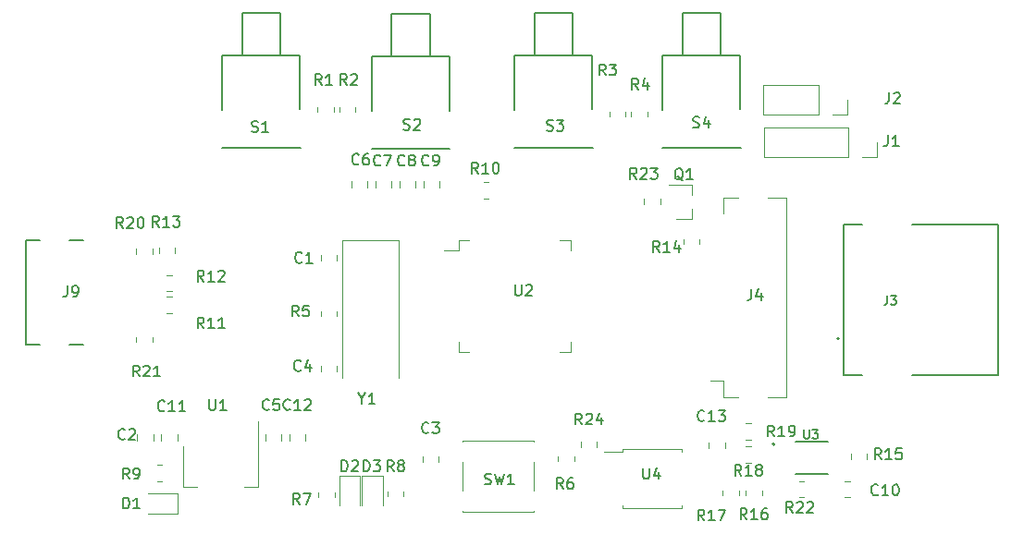
<source format=gbr>
%TF.GenerationSoftware,KiCad,Pcbnew,(5.1.10)-1*%
%TF.CreationDate,2022-04-11T13:22:52+08:00*%
%TF.ProjectId,stm32f103,73746d33-3266-4313-9033-2e6b69636164,rev?*%
%TF.SameCoordinates,Original*%
%TF.FileFunction,Legend,Top*%
%TF.FilePolarity,Positive*%
%FSLAX46Y46*%
G04 Gerber Fmt 4.6, Leading zero omitted, Abs format (unit mm)*
G04 Created by KiCad (PCBNEW (5.1.10)-1) date 2022-04-11 13:22:52*
%MOMM*%
%LPD*%
G01*
G04 APERTURE LIST*
%ADD10C,0.120000*%
%ADD11C,0.200000*%
%ADD12C,0.127000*%
%ADD13C,0.150000*%
G04 APERTURE END LIST*
D10*
%TO.C,J4*%
X177200000Y-106260000D02*
X177200000Y-107750000D01*
X177200000Y-107750000D02*
X178540000Y-107750000D01*
X177200000Y-90940000D02*
X177200000Y-89450000D01*
X177200000Y-89450000D02*
X178540000Y-89450000D01*
X181260000Y-107750000D02*
X183000000Y-107750000D01*
X183000000Y-107750000D02*
X183000000Y-89450000D01*
X183000000Y-89450000D02*
X181260000Y-89450000D01*
X177200000Y-106260000D02*
X176000000Y-106260000D01*
%TO.C,R11*%
X126714564Y-98565000D02*
X126260436Y-98565000D01*
X126714564Y-100035000D02*
X126260436Y-100035000D01*
%TO.C,R12*%
X126714564Y-96565000D02*
X126260436Y-96565000D01*
X126714564Y-98035000D02*
X126260436Y-98035000D01*
%TO.C,U2*%
X162260000Y-103610000D02*
X163210000Y-103610000D01*
X163210000Y-103610000D02*
X163210000Y-102660000D01*
X153940000Y-103610000D02*
X152990000Y-103610000D01*
X152990000Y-103610000D02*
X152990000Y-102660000D01*
X162260000Y-93390000D02*
X163210000Y-93390000D01*
X163210000Y-93390000D02*
X163210000Y-94340000D01*
X153940000Y-93390000D02*
X152990000Y-93390000D01*
X152990000Y-93390000D02*
X152990000Y-94340000D01*
X152990000Y-94340000D02*
X151650000Y-94340000D01*
%TO.C,D3*%
X146060000Y-117662500D02*
X146060000Y-114977500D01*
X146060000Y-114977500D02*
X144140000Y-114977500D01*
X144140000Y-114977500D02*
X144140000Y-117662500D01*
D11*
%TO.C,J3*%
X187800000Y-102400000D02*
G75*
G03*
X187800000Y-102400000I-100000J0D01*
G01*
X188220000Y-91900000D02*
X188220000Y-105700000D01*
X202380000Y-105700000D02*
X202380000Y-91900000D01*
X188220000Y-105700000D02*
X189880000Y-105700000D01*
X194470000Y-105700000D02*
X202380000Y-105700000D01*
X188220000Y-91900000D02*
X189880000Y-91900000D01*
X194470000Y-91900000D02*
X202380000Y-91900000D01*
%TO.C,J9*%
X114610000Y-93340000D02*
X113330000Y-93340000D01*
X113330000Y-93340000D02*
X113330000Y-102920000D01*
X113330000Y-102920000D02*
X114610000Y-102920000D01*
X118580000Y-93340000D02*
X117330000Y-93340000D01*
X118580000Y-102920000D02*
X117330000Y-102920000D01*
D10*
%TO.C,C1*%
X140365000Y-95211252D02*
X140365000Y-94688748D01*
X141835000Y-95211252D02*
X141835000Y-94688748D01*
%TO.C,C2*%
X123565000Y-111188748D02*
X123565000Y-111711252D01*
X125035000Y-111188748D02*
X125035000Y-111711252D01*
%TO.C,C3*%
X149665000Y-113188748D02*
X149665000Y-113711252D01*
X151135000Y-113188748D02*
X151135000Y-113711252D01*
%TO.C,C4*%
X140365000Y-104888748D02*
X140365000Y-105411252D01*
X141835000Y-104888748D02*
X141835000Y-105411252D01*
%TO.C,C5*%
X135265000Y-111711252D02*
X135265000Y-111188748D01*
X136735000Y-111711252D02*
X136735000Y-111188748D01*
%TO.C,C6*%
X144635000Y-88511252D02*
X144635000Y-87988748D01*
X143165000Y-88511252D02*
X143165000Y-87988748D01*
%TO.C,C7*%
X145365000Y-88511252D02*
X145365000Y-87988748D01*
X146835000Y-88511252D02*
X146835000Y-87988748D01*
%TO.C,C8*%
X149035000Y-88511252D02*
X149035000Y-87988748D01*
X147565000Y-88511252D02*
X147565000Y-87988748D01*
%TO.C,C9*%
X149765000Y-88511252D02*
X149765000Y-87988748D01*
X151235000Y-88511252D02*
X151235000Y-87988748D01*
%TO.C,C10*%
X188811252Y-116935000D02*
X188288748Y-116935000D01*
X188811252Y-115465000D02*
X188288748Y-115465000D01*
%TO.C,C11*%
X127235000Y-111188748D02*
X127235000Y-111711252D01*
X125765000Y-111188748D02*
X125765000Y-111711252D01*
%TO.C,C12*%
X138935000Y-111711252D02*
X138935000Y-111188748D01*
X137465000Y-111711252D02*
X137465000Y-111188748D01*
%TO.C,C13*%
X177335000Y-112411252D02*
X177335000Y-111888748D01*
X175865000Y-112411252D02*
X175865000Y-111888748D01*
%TO.C,D1*%
X127247500Y-116540000D02*
X124562500Y-116540000D01*
X127247500Y-118460000D02*
X127247500Y-116540000D01*
X124562500Y-118460000D02*
X127247500Y-118460000D01*
%TO.C,D2*%
X142040000Y-114977500D02*
X142040000Y-117662500D01*
X143960000Y-114977500D02*
X142040000Y-114977500D01*
X143960000Y-117662500D02*
X143960000Y-114977500D01*
%TO.C,J1*%
X191230000Y-84400000D02*
X191230000Y-85730000D01*
X191230000Y-85730000D02*
X189900000Y-85730000D01*
X188630000Y-85730000D02*
X180950000Y-85730000D01*
X180950000Y-83070000D02*
X180950000Y-85730000D01*
X188630000Y-83070000D02*
X180950000Y-83070000D01*
X188630000Y-83070000D02*
X188630000Y-85730000D01*
%TO.C,J2*%
X188570000Y-80500000D02*
X188570000Y-81830000D01*
X188570000Y-81830000D02*
X187240000Y-81830000D01*
X185970000Y-81830000D02*
X180830000Y-81830000D01*
X180830000Y-79170000D02*
X180830000Y-81830000D01*
X185970000Y-79170000D02*
X180830000Y-79170000D01*
X185970000Y-79170000D02*
X185970000Y-81830000D01*
%TO.C,Q1*%
X174360000Y-91430000D02*
X172900000Y-91430000D01*
X174360000Y-88270000D02*
X172200000Y-88270000D01*
X174360000Y-88270000D02*
X174360000Y-89200000D01*
X174360000Y-91430000D02*
X174360000Y-90500000D01*
%TO.C,R1*%
X140065000Y-81160436D02*
X140065000Y-81614564D01*
X141535000Y-81160436D02*
X141535000Y-81614564D01*
%TO.C,R2*%
X143535000Y-81185436D02*
X143535000Y-81639564D01*
X142065000Y-81185436D02*
X142065000Y-81639564D01*
%TO.C,R3*%
X166765000Y-81560436D02*
X166765000Y-82014564D01*
X168235000Y-81560436D02*
X168235000Y-82014564D01*
%TO.C,R4*%
X170235000Y-81560436D02*
X170235000Y-82014564D01*
X168765000Y-81560436D02*
X168765000Y-82014564D01*
%TO.C,R5*%
X141835000Y-100339564D02*
X141835000Y-99885436D01*
X140365000Y-100339564D02*
X140365000Y-99885436D01*
%TO.C,R6*%
X163535000Y-113639564D02*
X163535000Y-113185436D01*
X162065000Y-113639564D02*
X162065000Y-113185436D01*
%TO.C,R7*%
X141635000Y-116914564D02*
X141635000Y-116460436D01*
X140165000Y-116914564D02*
X140165000Y-116460436D01*
%TO.C,R8*%
X146465000Y-116827064D02*
X146465000Y-116372936D01*
X147935000Y-116827064D02*
X147935000Y-116372936D01*
%TO.C,R9*%
X125814564Y-115435000D02*
X125360436Y-115435000D01*
X125814564Y-113965000D02*
X125360436Y-113965000D01*
%TO.C,R10*%
X155714564Y-89535000D02*
X155260436Y-89535000D01*
X155714564Y-88065000D02*
X155260436Y-88065000D01*
%TO.C,R13*%
X127035000Y-94085436D02*
X127035000Y-94539564D01*
X125565000Y-94085436D02*
X125565000Y-94539564D01*
%TO.C,R14*%
X173565000Y-93714564D02*
X173565000Y-93260436D01*
X175035000Y-93714564D02*
X175035000Y-93260436D01*
%TO.C,R15*%
X188865000Y-112960436D02*
X188865000Y-113414564D01*
X190335000Y-112960436D02*
X190335000Y-113414564D01*
%TO.C,R16*%
X179265000Y-116739564D02*
X179265000Y-116285436D01*
X180735000Y-116739564D02*
X180735000Y-116285436D01*
%TO.C,R17*%
X178635000Y-116739564D02*
X178635000Y-116285436D01*
X177165000Y-116739564D02*
X177165000Y-116285436D01*
%TO.C,R18*%
X179260436Y-112265000D02*
X179714564Y-112265000D01*
X179260436Y-113735000D02*
X179714564Y-113735000D01*
%TO.C,R19*%
X179260436Y-111635000D02*
X179714564Y-111635000D01*
X179260436Y-110165000D02*
X179714564Y-110165000D01*
%TO.C,R20*%
X123465000Y-94614564D02*
X123465000Y-94160436D01*
X124935000Y-94614564D02*
X124935000Y-94160436D01*
%TO.C,R21*%
X124935000Y-102714564D02*
X124935000Y-102260436D01*
X123465000Y-102714564D02*
X123465000Y-102260436D01*
%TO.C,R22*%
X184160436Y-115465000D02*
X184614564Y-115465000D01*
X184160436Y-116935000D02*
X184614564Y-116935000D01*
%TO.C,R23*%
X169965000Y-89585436D02*
X169965000Y-90039564D01*
X171435000Y-89585436D02*
X171435000Y-90039564D01*
%TO.C,R24*%
X164165000Y-112314564D02*
X164165000Y-111860436D01*
X165635000Y-112314564D02*
X165635000Y-111860436D01*
D12*
%TO.C,S1*%
X138455000Y-76405000D02*
X138455000Y-81385000D01*
X131345000Y-81400000D02*
X131345000Y-76405000D01*
X133145000Y-72550000D02*
X133145000Y-76405000D01*
X136655000Y-72550000D02*
X133145000Y-72550000D01*
X136655000Y-76405000D02*
X136655000Y-72550000D01*
X136655000Y-76405000D02*
X138455000Y-76405000D01*
X133145000Y-76405000D02*
X136655000Y-76405000D01*
X131345000Y-76405000D02*
X133145000Y-76405000D01*
X138480000Y-84910000D02*
X131320000Y-84910000D01*
%TO.C,S2*%
X152155000Y-76505000D02*
X152155000Y-81485000D01*
X145045000Y-81500000D02*
X145045000Y-76505000D01*
X146845000Y-72650000D02*
X146845000Y-76505000D01*
X150355000Y-72650000D02*
X146845000Y-72650000D01*
X150355000Y-76505000D02*
X150355000Y-72650000D01*
X150355000Y-76505000D02*
X152155000Y-76505000D01*
X146845000Y-76505000D02*
X150355000Y-76505000D01*
X145045000Y-76505000D02*
X146845000Y-76505000D01*
X152180000Y-85010000D02*
X145020000Y-85010000D01*
%TO.C,S3*%
X165205000Y-76405000D02*
X165205000Y-81385000D01*
X158095000Y-81400000D02*
X158095000Y-76405000D01*
X159895000Y-72550000D02*
X159895000Y-76405000D01*
X163405000Y-72550000D02*
X159895000Y-72550000D01*
X163405000Y-76405000D02*
X163405000Y-72550000D01*
X163405000Y-76405000D02*
X165205000Y-76405000D01*
X159895000Y-76405000D02*
X163405000Y-76405000D01*
X158095000Y-76405000D02*
X159895000Y-76405000D01*
X165230000Y-84910000D02*
X158070000Y-84910000D01*
%TO.C,S4*%
X178780000Y-84910000D02*
X171620000Y-84910000D01*
X171645000Y-76405000D02*
X173445000Y-76405000D01*
X173445000Y-76405000D02*
X176955000Y-76405000D01*
X176955000Y-76405000D02*
X178755000Y-76405000D01*
X176955000Y-76405000D02*
X176955000Y-72550000D01*
X176955000Y-72550000D02*
X173445000Y-72550000D01*
X173445000Y-72550000D02*
X173445000Y-76405000D01*
X171645000Y-81400000D02*
X171645000Y-76405000D01*
X178755000Y-76405000D02*
X178755000Y-81385000D01*
D10*
%TO.C,SW1*%
X159830000Y-111770000D02*
X153370000Y-111770000D01*
X159830000Y-116300000D02*
X159830000Y-113700000D01*
X159830000Y-118230000D02*
X153370000Y-118230000D01*
X153370000Y-116300000D02*
X153370000Y-113700000D01*
X159830000Y-118200000D02*
X159830000Y-118230000D01*
X159830000Y-111770000D02*
X159830000Y-111800000D01*
X153370000Y-111770000D02*
X153370000Y-111800000D01*
X153370000Y-118230000D02*
X153370000Y-118200000D01*
%TO.C,U1*%
X134610000Y-110000000D02*
X134610000Y-116010000D01*
X127790000Y-112250000D02*
X127790000Y-116010000D01*
X134610000Y-116010000D02*
X133350000Y-116010000D01*
X127790000Y-116010000D02*
X129050000Y-116010000D01*
D11*
%TO.C,U3*%
X181900000Y-112050000D02*
G75*
G03*
X181900000Y-112050000I-100000J0D01*
G01*
D12*
X183800000Y-111800000D02*
X186800000Y-111800000D01*
X183800000Y-114800000D02*
X186800000Y-114800000D01*
D10*
%TO.C,U4*%
X167975000Y-112735000D02*
X166300000Y-112735000D01*
X167975000Y-112475000D02*
X167975000Y-112735000D01*
X170700000Y-112475000D02*
X167975000Y-112475000D01*
X173425000Y-112475000D02*
X173425000Y-112735000D01*
X170700000Y-112475000D02*
X173425000Y-112475000D01*
X167975000Y-117925000D02*
X167975000Y-117665000D01*
X170700000Y-117925000D02*
X167975000Y-117925000D01*
X173425000Y-117925000D02*
X173425000Y-117665000D01*
X170700000Y-117925000D02*
X173425000Y-117925000D01*
%TO.C,Y1*%
X142350000Y-93350000D02*
X142350000Y-105950000D01*
X147450000Y-93350000D02*
X142350000Y-93350000D01*
X147450000Y-105950000D02*
X147450000Y-93350000D01*
%TO.C,J4*%
D13*
X179766666Y-97852380D02*
X179766666Y-98566666D01*
X179719047Y-98709523D01*
X179623809Y-98804761D01*
X179480952Y-98852380D01*
X179385714Y-98852380D01*
X180671428Y-98185714D02*
X180671428Y-98852380D01*
X180433333Y-97804761D02*
X180195238Y-98519047D01*
X180814285Y-98519047D01*
%TO.C,R11*%
X129657142Y-101452380D02*
X129323809Y-100976190D01*
X129085714Y-101452380D02*
X129085714Y-100452380D01*
X129466666Y-100452380D01*
X129561904Y-100500000D01*
X129609523Y-100547619D01*
X129657142Y-100642857D01*
X129657142Y-100785714D01*
X129609523Y-100880952D01*
X129561904Y-100928571D01*
X129466666Y-100976190D01*
X129085714Y-100976190D01*
X130609523Y-101452380D02*
X130038095Y-101452380D01*
X130323809Y-101452380D02*
X130323809Y-100452380D01*
X130228571Y-100595238D01*
X130133333Y-100690476D01*
X130038095Y-100738095D01*
X131561904Y-101452380D02*
X130990476Y-101452380D01*
X131276190Y-101452380D02*
X131276190Y-100452380D01*
X131180952Y-100595238D01*
X131085714Y-100690476D01*
X130990476Y-100738095D01*
%TO.C,R12*%
X129657142Y-97152380D02*
X129323809Y-96676190D01*
X129085714Y-97152380D02*
X129085714Y-96152380D01*
X129466666Y-96152380D01*
X129561904Y-96200000D01*
X129609523Y-96247619D01*
X129657142Y-96342857D01*
X129657142Y-96485714D01*
X129609523Y-96580952D01*
X129561904Y-96628571D01*
X129466666Y-96676190D01*
X129085714Y-96676190D01*
X130609523Y-97152380D02*
X130038095Y-97152380D01*
X130323809Y-97152380D02*
X130323809Y-96152380D01*
X130228571Y-96295238D01*
X130133333Y-96390476D01*
X130038095Y-96438095D01*
X130990476Y-96247619D02*
X131038095Y-96200000D01*
X131133333Y-96152380D01*
X131371428Y-96152380D01*
X131466666Y-96200000D01*
X131514285Y-96247619D01*
X131561904Y-96342857D01*
X131561904Y-96438095D01*
X131514285Y-96580952D01*
X130942857Y-97152380D01*
X131561904Y-97152380D01*
%TO.C,U2*%
X158138095Y-97452380D02*
X158138095Y-98261904D01*
X158185714Y-98357142D01*
X158233333Y-98404761D01*
X158328571Y-98452380D01*
X158519047Y-98452380D01*
X158614285Y-98404761D01*
X158661904Y-98357142D01*
X158709523Y-98261904D01*
X158709523Y-97452380D01*
X159138095Y-97547619D02*
X159185714Y-97500000D01*
X159280952Y-97452380D01*
X159519047Y-97452380D01*
X159614285Y-97500000D01*
X159661904Y-97547619D01*
X159709523Y-97642857D01*
X159709523Y-97738095D01*
X159661904Y-97880952D01*
X159090476Y-98452380D01*
X159709523Y-98452380D01*
%TO.C,D3*%
X144261904Y-114552380D02*
X144261904Y-113552380D01*
X144500000Y-113552380D01*
X144642857Y-113600000D01*
X144738095Y-113695238D01*
X144785714Y-113790476D01*
X144833333Y-113980952D01*
X144833333Y-114123809D01*
X144785714Y-114314285D01*
X144738095Y-114409523D01*
X144642857Y-114504761D01*
X144500000Y-114552380D01*
X144261904Y-114552380D01*
X145166666Y-113552380D02*
X145785714Y-113552380D01*
X145452380Y-113933333D01*
X145595238Y-113933333D01*
X145690476Y-113980952D01*
X145738095Y-114028571D01*
X145785714Y-114123809D01*
X145785714Y-114361904D01*
X145738095Y-114457142D01*
X145690476Y-114504761D01*
X145595238Y-114552380D01*
X145309523Y-114552380D01*
X145214285Y-114504761D01*
X145166666Y-114457142D01*
%TO.C,J3*%
X192233333Y-98461904D02*
X192233333Y-99033333D01*
X192195238Y-99147619D01*
X192119047Y-99223809D01*
X192004761Y-99261904D01*
X191928571Y-99261904D01*
X192538095Y-98461904D02*
X193033333Y-98461904D01*
X192766666Y-98766666D01*
X192880952Y-98766666D01*
X192957142Y-98804761D01*
X192995238Y-98842857D01*
X193033333Y-98919047D01*
X193033333Y-99109523D01*
X192995238Y-99185714D01*
X192957142Y-99223809D01*
X192880952Y-99261904D01*
X192652380Y-99261904D01*
X192576190Y-99223809D01*
X192538095Y-99185714D01*
%TO.C,J9*%
X117166666Y-97552380D02*
X117166666Y-98266666D01*
X117119047Y-98409523D01*
X117023809Y-98504761D01*
X116880952Y-98552380D01*
X116785714Y-98552380D01*
X117690476Y-98552380D02*
X117880952Y-98552380D01*
X117976190Y-98504761D01*
X118023809Y-98457142D01*
X118119047Y-98314285D01*
X118166666Y-98123809D01*
X118166666Y-97742857D01*
X118119047Y-97647619D01*
X118071428Y-97600000D01*
X117976190Y-97552380D01*
X117785714Y-97552380D01*
X117690476Y-97600000D01*
X117642857Y-97647619D01*
X117595238Y-97742857D01*
X117595238Y-97980952D01*
X117642857Y-98076190D01*
X117690476Y-98123809D01*
X117785714Y-98171428D01*
X117976190Y-98171428D01*
X118071428Y-98123809D01*
X118119047Y-98076190D01*
X118166666Y-97980952D01*
%TO.C,C1*%
X138633333Y-95357142D02*
X138585714Y-95404761D01*
X138442857Y-95452380D01*
X138347619Y-95452380D01*
X138204761Y-95404761D01*
X138109523Y-95309523D01*
X138061904Y-95214285D01*
X138014285Y-95023809D01*
X138014285Y-94880952D01*
X138061904Y-94690476D01*
X138109523Y-94595238D01*
X138204761Y-94500000D01*
X138347619Y-94452380D01*
X138442857Y-94452380D01*
X138585714Y-94500000D01*
X138633333Y-94547619D01*
X139585714Y-95452380D02*
X139014285Y-95452380D01*
X139300000Y-95452380D02*
X139300000Y-94452380D01*
X139204761Y-94595238D01*
X139109523Y-94690476D01*
X139014285Y-94738095D01*
%TO.C,C2*%
X122433333Y-111557142D02*
X122385714Y-111604761D01*
X122242857Y-111652380D01*
X122147619Y-111652380D01*
X122004761Y-111604761D01*
X121909523Y-111509523D01*
X121861904Y-111414285D01*
X121814285Y-111223809D01*
X121814285Y-111080952D01*
X121861904Y-110890476D01*
X121909523Y-110795238D01*
X122004761Y-110700000D01*
X122147619Y-110652380D01*
X122242857Y-110652380D01*
X122385714Y-110700000D01*
X122433333Y-110747619D01*
X122814285Y-110747619D02*
X122861904Y-110700000D01*
X122957142Y-110652380D01*
X123195238Y-110652380D01*
X123290476Y-110700000D01*
X123338095Y-110747619D01*
X123385714Y-110842857D01*
X123385714Y-110938095D01*
X123338095Y-111080952D01*
X122766666Y-111652380D01*
X123385714Y-111652380D01*
%TO.C,C3*%
X150233333Y-110957142D02*
X150185714Y-111004761D01*
X150042857Y-111052380D01*
X149947619Y-111052380D01*
X149804761Y-111004761D01*
X149709523Y-110909523D01*
X149661904Y-110814285D01*
X149614285Y-110623809D01*
X149614285Y-110480952D01*
X149661904Y-110290476D01*
X149709523Y-110195238D01*
X149804761Y-110100000D01*
X149947619Y-110052380D01*
X150042857Y-110052380D01*
X150185714Y-110100000D01*
X150233333Y-110147619D01*
X150566666Y-110052380D02*
X151185714Y-110052380D01*
X150852380Y-110433333D01*
X150995238Y-110433333D01*
X151090476Y-110480952D01*
X151138095Y-110528571D01*
X151185714Y-110623809D01*
X151185714Y-110861904D01*
X151138095Y-110957142D01*
X151090476Y-111004761D01*
X150995238Y-111052380D01*
X150709523Y-111052380D01*
X150614285Y-111004761D01*
X150566666Y-110957142D01*
%TO.C,C4*%
X138533333Y-105257142D02*
X138485714Y-105304761D01*
X138342857Y-105352380D01*
X138247619Y-105352380D01*
X138104761Y-105304761D01*
X138009523Y-105209523D01*
X137961904Y-105114285D01*
X137914285Y-104923809D01*
X137914285Y-104780952D01*
X137961904Y-104590476D01*
X138009523Y-104495238D01*
X138104761Y-104400000D01*
X138247619Y-104352380D01*
X138342857Y-104352380D01*
X138485714Y-104400000D01*
X138533333Y-104447619D01*
X139390476Y-104685714D02*
X139390476Y-105352380D01*
X139152380Y-104304761D02*
X138914285Y-105019047D01*
X139533333Y-105019047D01*
%TO.C,C5*%
X135633333Y-108857142D02*
X135585714Y-108904761D01*
X135442857Y-108952380D01*
X135347619Y-108952380D01*
X135204761Y-108904761D01*
X135109523Y-108809523D01*
X135061904Y-108714285D01*
X135014285Y-108523809D01*
X135014285Y-108380952D01*
X135061904Y-108190476D01*
X135109523Y-108095238D01*
X135204761Y-108000000D01*
X135347619Y-107952380D01*
X135442857Y-107952380D01*
X135585714Y-108000000D01*
X135633333Y-108047619D01*
X136538095Y-107952380D02*
X136061904Y-107952380D01*
X136014285Y-108428571D01*
X136061904Y-108380952D01*
X136157142Y-108333333D01*
X136395238Y-108333333D01*
X136490476Y-108380952D01*
X136538095Y-108428571D01*
X136585714Y-108523809D01*
X136585714Y-108761904D01*
X136538095Y-108857142D01*
X136490476Y-108904761D01*
X136395238Y-108952380D01*
X136157142Y-108952380D01*
X136061904Y-108904761D01*
X136014285Y-108857142D01*
%TO.C,C6*%
X143833333Y-86357142D02*
X143785714Y-86404761D01*
X143642857Y-86452380D01*
X143547619Y-86452380D01*
X143404761Y-86404761D01*
X143309523Y-86309523D01*
X143261904Y-86214285D01*
X143214285Y-86023809D01*
X143214285Y-85880952D01*
X143261904Y-85690476D01*
X143309523Y-85595238D01*
X143404761Y-85500000D01*
X143547619Y-85452380D01*
X143642857Y-85452380D01*
X143785714Y-85500000D01*
X143833333Y-85547619D01*
X144690476Y-85452380D02*
X144500000Y-85452380D01*
X144404761Y-85500000D01*
X144357142Y-85547619D01*
X144261904Y-85690476D01*
X144214285Y-85880952D01*
X144214285Y-86261904D01*
X144261904Y-86357142D01*
X144309523Y-86404761D01*
X144404761Y-86452380D01*
X144595238Y-86452380D01*
X144690476Y-86404761D01*
X144738095Y-86357142D01*
X144785714Y-86261904D01*
X144785714Y-86023809D01*
X144738095Y-85928571D01*
X144690476Y-85880952D01*
X144595238Y-85833333D01*
X144404761Y-85833333D01*
X144309523Y-85880952D01*
X144261904Y-85928571D01*
X144214285Y-86023809D01*
%TO.C,C7*%
X145833333Y-86457142D02*
X145785714Y-86504761D01*
X145642857Y-86552380D01*
X145547619Y-86552380D01*
X145404761Y-86504761D01*
X145309523Y-86409523D01*
X145261904Y-86314285D01*
X145214285Y-86123809D01*
X145214285Y-85980952D01*
X145261904Y-85790476D01*
X145309523Y-85695238D01*
X145404761Y-85600000D01*
X145547619Y-85552380D01*
X145642857Y-85552380D01*
X145785714Y-85600000D01*
X145833333Y-85647619D01*
X146166666Y-85552380D02*
X146833333Y-85552380D01*
X146404761Y-86552380D01*
%TO.C,C8*%
X148033333Y-86457142D02*
X147985714Y-86504761D01*
X147842857Y-86552380D01*
X147747619Y-86552380D01*
X147604761Y-86504761D01*
X147509523Y-86409523D01*
X147461904Y-86314285D01*
X147414285Y-86123809D01*
X147414285Y-85980952D01*
X147461904Y-85790476D01*
X147509523Y-85695238D01*
X147604761Y-85600000D01*
X147747619Y-85552380D01*
X147842857Y-85552380D01*
X147985714Y-85600000D01*
X148033333Y-85647619D01*
X148604761Y-85980952D02*
X148509523Y-85933333D01*
X148461904Y-85885714D01*
X148414285Y-85790476D01*
X148414285Y-85742857D01*
X148461904Y-85647619D01*
X148509523Y-85600000D01*
X148604761Y-85552380D01*
X148795238Y-85552380D01*
X148890476Y-85600000D01*
X148938095Y-85647619D01*
X148985714Y-85742857D01*
X148985714Y-85790476D01*
X148938095Y-85885714D01*
X148890476Y-85933333D01*
X148795238Y-85980952D01*
X148604761Y-85980952D01*
X148509523Y-86028571D01*
X148461904Y-86076190D01*
X148414285Y-86171428D01*
X148414285Y-86361904D01*
X148461904Y-86457142D01*
X148509523Y-86504761D01*
X148604761Y-86552380D01*
X148795238Y-86552380D01*
X148890476Y-86504761D01*
X148938095Y-86457142D01*
X148985714Y-86361904D01*
X148985714Y-86171428D01*
X148938095Y-86076190D01*
X148890476Y-86028571D01*
X148795238Y-85980952D01*
%TO.C,C9*%
X150233333Y-86457142D02*
X150185714Y-86504761D01*
X150042857Y-86552380D01*
X149947619Y-86552380D01*
X149804761Y-86504761D01*
X149709523Y-86409523D01*
X149661904Y-86314285D01*
X149614285Y-86123809D01*
X149614285Y-85980952D01*
X149661904Y-85790476D01*
X149709523Y-85695238D01*
X149804761Y-85600000D01*
X149947619Y-85552380D01*
X150042857Y-85552380D01*
X150185714Y-85600000D01*
X150233333Y-85647619D01*
X150709523Y-86552380D02*
X150900000Y-86552380D01*
X150995238Y-86504761D01*
X151042857Y-86457142D01*
X151138095Y-86314285D01*
X151185714Y-86123809D01*
X151185714Y-85742857D01*
X151138095Y-85647619D01*
X151090476Y-85600000D01*
X150995238Y-85552380D01*
X150804761Y-85552380D01*
X150709523Y-85600000D01*
X150661904Y-85647619D01*
X150614285Y-85742857D01*
X150614285Y-85980952D01*
X150661904Y-86076190D01*
X150709523Y-86123809D01*
X150804761Y-86171428D01*
X150995238Y-86171428D01*
X151090476Y-86123809D01*
X151138095Y-86076190D01*
X151185714Y-85980952D01*
%TO.C,C10*%
X191357142Y-116657142D02*
X191309523Y-116704761D01*
X191166666Y-116752380D01*
X191071428Y-116752380D01*
X190928571Y-116704761D01*
X190833333Y-116609523D01*
X190785714Y-116514285D01*
X190738095Y-116323809D01*
X190738095Y-116180952D01*
X190785714Y-115990476D01*
X190833333Y-115895238D01*
X190928571Y-115800000D01*
X191071428Y-115752380D01*
X191166666Y-115752380D01*
X191309523Y-115800000D01*
X191357142Y-115847619D01*
X192309523Y-116752380D02*
X191738095Y-116752380D01*
X192023809Y-116752380D02*
X192023809Y-115752380D01*
X191928571Y-115895238D01*
X191833333Y-115990476D01*
X191738095Y-116038095D01*
X192928571Y-115752380D02*
X193023809Y-115752380D01*
X193119047Y-115800000D01*
X193166666Y-115847619D01*
X193214285Y-115942857D01*
X193261904Y-116133333D01*
X193261904Y-116371428D01*
X193214285Y-116561904D01*
X193166666Y-116657142D01*
X193119047Y-116704761D01*
X193023809Y-116752380D01*
X192928571Y-116752380D01*
X192833333Y-116704761D01*
X192785714Y-116657142D01*
X192738095Y-116561904D01*
X192690476Y-116371428D01*
X192690476Y-116133333D01*
X192738095Y-115942857D01*
X192785714Y-115847619D01*
X192833333Y-115800000D01*
X192928571Y-115752380D01*
%TO.C,C11*%
X126057142Y-108957142D02*
X126009523Y-109004761D01*
X125866666Y-109052380D01*
X125771428Y-109052380D01*
X125628571Y-109004761D01*
X125533333Y-108909523D01*
X125485714Y-108814285D01*
X125438095Y-108623809D01*
X125438095Y-108480952D01*
X125485714Y-108290476D01*
X125533333Y-108195238D01*
X125628571Y-108100000D01*
X125771428Y-108052380D01*
X125866666Y-108052380D01*
X126009523Y-108100000D01*
X126057142Y-108147619D01*
X127009523Y-109052380D02*
X126438095Y-109052380D01*
X126723809Y-109052380D02*
X126723809Y-108052380D01*
X126628571Y-108195238D01*
X126533333Y-108290476D01*
X126438095Y-108338095D01*
X127961904Y-109052380D02*
X127390476Y-109052380D01*
X127676190Y-109052380D02*
X127676190Y-108052380D01*
X127580952Y-108195238D01*
X127485714Y-108290476D01*
X127390476Y-108338095D01*
%TO.C,C12*%
X137557142Y-108857142D02*
X137509523Y-108904761D01*
X137366666Y-108952380D01*
X137271428Y-108952380D01*
X137128571Y-108904761D01*
X137033333Y-108809523D01*
X136985714Y-108714285D01*
X136938095Y-108523809D01*
X136938095Y-108380952D01*
X136985714Y-108190476D01*
X137033333Y-108095238D01*
X137128571Y-108000000D01*
X137271428Y-107952380D01*
X137366666Y-107952380D01*
X137509523Y-108000000D01*
X137557142Y-108047619D01*
X138509523Y-108952380D02*
X137938095Y-108952380D01*
X138223809Y-108952380D02*
X138223809Y-107952380D01*
X138128571Y-108095238D01*
X138033333Y-108190476D01*
X137938095Y-108238095D01*
X138890476Y-108047619D02*
X138938095Y-108000000D01*
X139033333Y-107952380D01*
X139271428Y-107952380D01*
X139366666Y-108000000D01*
X139414285Y-108047619D01*
X139461904Y-108142857D01*
X139461904Y-108238095D01*
X139414285Y-108380952D01*
X138842857Y-108952380D01*
X139461904Y-108952380D01*
%TO.C,C13*%
X175457142Y-109857142D02*
X175409523Y-109904761D01*
X175266666Y-109952380D01*
X175171428Y-109952380D01*
X175028571Y-109904761D01*
X174933333Y-109809523D01*
X174885714Y-109714285D01*
X174838095Y-109523809D01*
X174838095Y-109380952D01*
X174885714Y-109190476D01*
X174933333Y-109095238D01*
X175028571Y-109000000D01*
X175171428Y-108952380D01*
X175266666Y-108952380D01*
X175409523Y-109000000D01*
X175457142Y-109047619D01*
X176409523Y-109952380D02*
X175838095Y-109952380D01*
X176123809Y-109952380D02*
X176123809Y-108952380D01*
X176028571Y-109095238D01*
X175933333Y-109190476D01*
X175838095Y-109238095D01*
X176742857Y-108952380D02*
X177361904Y-108952380D01*
X177028571Y-109333333D01*
X177171428Y-109333333D01*
X177266666Y-109380952D01*
X177314285Y-109428571D01*
X177361904Y-109523809D01*
X177361904Y-109761904D01*
X177314285Y-109857142D01*
X177266666Y-109904761D01*
X177171428Y-109952380D01*
X176885714Y-109952380D01*
X176790476Y-109904761D01*
X176742857Y-109857142D01*
%TO.C,D1*%
X122261904Y-117952380D02*
X122261904Y-116952380D01*
X122500000Y-116952380D01*
X122642857Y-117000000D01*
X122738095Y-117095238D01*
X122785714Y-117190476D01*
X122833333Y-117380952D01*
X122833333Y-117523809D01*
X122785714Y-117714285D01*
X122738095Y-117809523D01*
X122642857Y-117904761D01*
X122500000Y-117952380D01*
X122261904Y-117952380D01*
X123785714Y-117952380D02*
X123214285Y-117952380D01*
X123500000Y-117952380D02*
X123500000Y-116952380D01*
X123404761Y-117095238D01*
X123309523Y-117190476D01*
X123214285Y-117238095D01*
%TO.C,D2*%
X142261904Y-114552380D02*
X142261904Y-113552380D01*
X142500000Y-113552380D01*
X142642857Y-113600000D01*
X142738095Y-113695238D01*
X142785714Y-113790476D01*
X142833333Y-113980952D01*
X142833333Y-114123809D01*
X142785714Y-114314285D01*
X142738095Y-114409523D01*
X142642857Y-114504761D01*
X142500000Y-114552380D01*
X142261904Y-114552380D01*
X143214285Y-113647619D02*
X143261904Y-113600000D01*
X143357142Y-113552380D01*
X143595238Y-113552380D01*
X143690476Y-113600000D01*
X143738095Y-113647619D01*
X143785714Y-113742857D01*
X143785714Y-113838095D01*
X143738095Y-113980952D01*
X143166666Y-114552380D01*
X143785714Y-114552380D01*
%TO.C,J1*%
X192266666Y-83752380D02*
X192266666Y-84466666D01*
X192219047Y-84609523D01*
X192123809Y-84704761D01*
X191980952Y-84752380D01*
X191885714Y-84752380D01*
X193266666Y-84752380D02*
X192695238Y-84752380D01*
X192980952Y-84752380D02*
X192980952Y-83752380D01*
X192885714Y-83895238D01*
X192790476Y-83990476D01*
X192695238Y-84038095D01*
%TO.C,J2*%
X192366666Y-79852380D02*
X192366666Y-80566666D01*
X192319047Y-80709523D01*
X192223809Y-80804761D01*
X192080952Y-80852380D01*
X191985714Y-80852380D01*
X192795238Y-79947619D02*
X192842857Y-79900000D01*
X192938095Y-79852380D01*
X193176190Y-79852380D01*
X193271428Y-79900000D01*
X193319047Y-79947619D01*
X193366666Y-80042857D01*
X193366666Y-80138095D01*
X193319047Y-80280952D01*
X192747619Y-80852380D01*
X193366666Y-80852380D01*
%TO.C,Q1*%
X173504761Y-87897619D02*
X173409523Y-87850000D01*
X173314285Y-87754761D01*
X173171428Y-87611904D01*
X173076190Y-87564285D01*
X172980952Y-87564285D01*
X173028571Y-87802380D02*
X172933333Y-87754761D01*
X172838095Y-87659523D01*
X172790476Y-87469047D01*
X172790476Y-87135714D01*
X172838095Y-86945238D01*
X172933333Y-86850000D01*
X173028571Y-86802380D01*
X173219047Y-86802380D01*
X173314285Y-86850000D01*
X173409523Y-86945238D01*
X173457142Y-87135714D01*
X173457142Y-87469047D01*
X173409523Y-87659523D01*
X173314285Y-87754761D01*
X173219047Y-87802380D01*
X173028571Y-87802380D01*
X174409523Y-87802380D02*
X173838095Y-87802380D01*
X174123809Y-87802380D02*
X174123809Y-86802380D01*
X174028571Y-86945238D01*
X173933333Y-87040476D01*
X173838095Y-87088095D01*
%TO.C,R1*%
X140433333Y-79152380D02*
X140100000Y-78676190D01*
X139861904Y-79152380D02*
X139861904Y-78152380D01*
X140242857Y-78152380D01*
X140338095Y-78200000D01*
X140385714Y-78247619D01*
X140433333Y-78342857D01*
X140433333Y-78485714D01*
X140385714Y-78580952D01*
X140338095Y-78628571D01*
X140242857Y-78676190D01*
X139861904Y-78676190D01*
X141385714Y-79152380D02*
X140814285Y-79152380D01*
X141100000Y-79152380D02*
X141100000Y-78152380D01*
X141004761Y-78295238D01*
X140909523Y-78390476D01*
X140814285Y-78438095D01*
%TO.C,R2*%
X142733333Y-79152380D02*
X142400000Y-78676190D01*
X142161904Y-79152380D02*
X142161904Y-78152380D01*
X142542857Y-78152380D01*
X142638095Y-78200000D01*
X142685714Y-78247619D01*
X142733333Y-78342857D01*
X142733333Y-78485714D01*
X142685714Y-78580952D01*
X142638095Y-78628571D01*
X142542857Y-78676190D01*
X142161904Y-78676190D01*
X143114285Y-78247619D02*
X143161904Y-78200000D01*
X143257142Y-78152380D01*
X143495238Y-78152380D01*
X143590476Y-78200000D01*
X143638095Y-78247619D01*
X143685714Y-78342857D01*
X143685714Y-78438095D01*
X143638095Y-78580952D01*
X143066666Y-79152380D01*
X143685714Y-79152380D01*
%TO.C,R3*%
X166433333Y-78252380D02*
X166100000Y-77776190D01*
X165861904Y-78252380D02*
X165861904Y-77252380D01*
X166242857Y-77252380D01*
X166338095Y-77300000D01*
X166385714Y-77347619D01*
X166433333Y-77442857D01*
X166433333Y-77585714D01*
X166385714Y-77680952D01*
X166338095Y-77728571D01*
X166242857Y-77776190D01*
X165861904Y-77776190D01*
X166766666Y-77252380D02*
X167385714Y-77252380D01*
X167052380Y-77633333D01*
X167195238Y-77633333D01*
X167290476Y-77680952D01*
X167338095Y-77728571D01*
X167385714Y-77823809D01*
X167385714Y-78061904D01*
X167338095Y-78157142D01*
X167290476Y-78204761D01*
X167195238Y-78252380D01*
X166909523Y-78252380D01*
X166814285Y-78204761D01*
X166766666Y-78157142D01*
%TO.C,R4*%
X169433333Y-79552380D02*
X169100000Y-79076190D01*
X168861904Y-79552380D02*
X168861904Y-78552380D01*
X169242857Y-78552380D01*
X169338095Y-78600000D01*
X169385714Y-78647619D01*
X169433333Y-78742857D01*
X169433333Y-78885714D01*
X169385714Y-78980952D01*
X169338095Y-79028571D01*
X169242857Y-79076190D01*
X168861904Y-79076190D01*
X170290476Y-78885714D02*
X170290476Y-79552380D01*
X170052380Y-78504761D02*
X169814285Y-79219047D01*
X170433333Y-79219047D01*
%TO.C,R5*%
X138333333Y-100352380D02*
X138000000Y-99876190D01*
X137761904Y-100352380D02*
X137761904Y-99352380D01*
X138142857Y-99352380D01*
X138238095Y-99400000D01*
X138285714Y-99447619D01*
X138333333Y-99542857D01*
X138333333Y-99685714D01*
X138285714Y-99780952D01*
X138238095Y-99828571D01*
X138142857Y-99876190D01*
X137761904Y-99876190D01*
X139238095Y-99352380D02*
X138761904Y-99352380D01*
X138714285Y-99828571D01*
X138761904Y-99780952D01*
X138857142Y-99733333D01*
X139095238Y-99733333D01*
X139190476Y-99780952D01*
X139238095Y-99828571D01*
X139285714Y-99923809D01*
X139285714Y-100161904D01*
X139238095Y-100257142D01*
X139190476Y-100304761D01*
X139095238Y-100352380D01*
X138857142Y-100352380D01*
X138761904Y-100304761D01*
X138714285Y-100257142D01*
%TO.C,R6*%
X162533333Y-116152380D02*
X162200000Y-115676190D01*
X161961904Y-116152380D02*
X161961904Y-115152380D01*
X162342857Y-115152380D01*
X162438095Y-115200000D01*
X162485714Y-115247619D01*
X162533333Y-115342857D01*
X162533333Y-115485714D01*
X162485714Y-115580952D01*
X162438095Y-115628571D01*
X162342857Y-115676190D01*
X161961904Y-115676190D01*
X163390476Y-115152380D02*
X163200000Y-115152380D01*
X163104761Y-115200000D01*
X163057142Y-115247619D01*
X162961904Y-115390476D01*
X162914285Y-115580952D01*
X162914285Y-115961904D01*
X162961904Y-116057142D01*
X163009523Y-116104761D01*
X163104761Y-116152380D01*
X163295238Y-116152380D01*
X163390476Y-116104761D01*
X163438095Y-116057142D01*
X163485714Y-115961904D01*
X163485714Y-115723809D01*
X163438095Y-115628571D01*
X163390476Y-115580952D01*
X163295238Y-115533333D01*
X163104761Y-115533333D01*
X163009523Y-115580952D01*
X162961904Y-115628571D01*
X162914285Y-115723809D01*
%TO.C,R7*%
X138433333Y-117552380D02*
X138100000Y-117076190D01*
X137861904Y-117552380D02*
X137861904Y-116552380D01*
X138242857Y-116552380D01*
X138338095Y-116600000D01*
X138385714Y-116647619D01*
X138433333Y-116742857D01*
X138433333Y-116885714D01*
X138385714Y-116980952D01*
X138338095Y-117028571D01*
X138242857Y-117076190D01*
X137861904Y-117076190D01*
X138766666Y-116552380D02*
X139433333Y-116552380D01*
X139004761Y-117552380D01*
%TO.C,R8*%
X147033333Y-114552380D02*
X146700000Y-114076190D01*
X146461904Y-114552380D02*
X146461904Y-113552380D01*
X146842857Y-113552380D01*
X146938095Y-113600000D01*
X146985714Y-113647619D01*
X147033333Y-113742857D01*
X147033333Y-113885714D01*
X146985714Y-113980952D01*
X146938095Y-114028571D01*
X146842857Y-114076190D01*
X146461904Y-114076190D01*
X147604761Y-113980952D02*
X147509523Y-113933333D01*
X147461904Y-113885714D01*
X147414285Y-113790476D01*
X147414285Y-113742857D01*
X147461904Y-113647619D01*
X147509523Y-113600000D01*
X147604761Y-113552380D01*
X147795238Y-113552380D01*
X147890476Y-113600000D01*
X147938095Y-113647619D01*
X147985714Y-113742857D01*
X147985714Y-113790476D01*
X147938095Y-113885714D01*
X147890476Y-113933333D01*
X147795238Y-113980952D01*
X147604761Y-113980952D01*
X147509523Y-114028571D01*
X147461904Y-114076190D01*
X147414285Y-114171428D01*
X147414285Y-114361904D01*
X147461904Y-114457142D01*
X147509523Y-114504761D01*
X147604761Y-114552380D01*
X147795238Y-114552380D01*
X147890476Y-114504761D01*
X147938095Y-114457142D01*
X147985714Y-114361904D01*
X147985714Y-114171428D01*
X147938095Y-114076190D01*
X147890476Y-114028571D01*
X147795238Y-113980952D01*
%TO.C,R9*%
X122833333Y-115252380D02*
X122500000Y-114776190D01*
X122261904Y-115252380D02*
X122261904Y-114252380D01*
X122642857Y-114252380D01*
X122738095Y-114300000D01*
X122785714Y-114347619D01*
X122833333Y-114442857D01*
X122833333Y-114585714D01*
X122785714Y-114680952D01*
X122738095Y-114728571D01*
X122642857Y-114776190D01*
X122261904Y-114776190D01*
X123309523Y-115252380D02*
X123500000Y-115252380D01*
X123595238Y-115204761D01*
X123642857Y-115157142D01*
X123738095Y-115014285D01*
X123785714Y-114823809D01*
X123785714Y-114442857D01*
X123738095Y-114347619D01*
X123690476Y-114300000D01*
X123595238Y-114252380D01*
X123404761Y-114252380D01*
X123309523Y-114300000D01*
X123261904Y-114347619D01*
X123214285Y-114442857D01*
X123214285Y-114680952D01*
X123261904Y-114776190D01*
X123309523Y-114823809D01*
X123404761Y-114871428D01*
X123595238Y-114871428D01*
X123690476Y-114823809D01*
X123738095Y-114776190D01*
X123785714Y-114680952D01*
%TO.C,R10*%
X154757142Y-87252380D02*
X154423809Y-86776190D01*
X154185714Y-87252380D02*
X154185714Y-86252380D01*
X154566666Y-86252380D01*
X154661904Y-86300000D01*
X154709523Y-86347619D01*
X154757142Y-86442857D01*
X154757142Y-86585714D01*
X154709523Y-86680952D01*
X154661904Y-86728571D01*
X154566666Y-86776190D01*
X154185714Y-86776190D01*
X155709523Y-87252380D02*
X155138095Y-87252380D01*
X155423809Y-87252380D02*
X155423809Y-86252380D01*
X155328571Y-86395238D01*
X155233333Y-86490476D01*
X155138095Y-86538095D01*
X156328571Y-86252380D02*
X156423809Y-86252380D01*
X156519047Y-86300000D01*
X156566666Y-86347619D01*
X156614285Y-86442857D01*
X156661904Y-86633333D01*
X156661904Y-86871428D01*
X156614285Y-87061904D01*
X156566666Y-87157142D01*
X156519047Y-87204761D01*
X156423809Y-87252380D01*
X156328571Y-87252380D01*
X156233333Y-87204761D01*
X156185714Y-87157142D01*
X156138095Y-87061904D01*
X156090476Y-86871428D01*
X156090476Y-86633333D01*
X156138095Y-86442857D01*
X156185714Y-86347619D01*
X156233333Y-86300000D01*
X156328571Y-86252380D01*
%TO.C,R13*%
X125557142Y-92152380D02*
X125223809Y-91676190D01*
X124985714Y-92152380D02*
X124985714Y-91152380D01*
X125366666Y-91152380D01*
X125461904Y-91200000D01*
X125509523Y-91247619D01*
X125557142Y-91342857D01*
X125557142Y-91485714D01*
X125509523Y-91580952D01*
X125461904Y-91628571D01*
X125366666Y-91676190D01*
X124985714Y-91676190D01*
X126509523Y-92152380D02*
X125938095Y-92152380D01*
X126223809Y-92152380D02*
X126223809Y-91152380D01*
X126128571Y-91295238D01*
X126033333Y-91390476D01*
X125938095Y-91438095D01*
X126842857Y-91152380D02*
X127461904Y-91152380D01*
X127128571Y-91533333D01*
X127271428Y-91533333D01*
X127366666Y-91580952D01*
X127414285Y-91628571D01*
X127461904Y-91723809D01*
X127461904Y-91961904D01*
X127414285Y-92057142D01*
X127366666Y-92104761D01*
X127271428Y-92152380D01*
X126985714Y-92152380D01*
X126890476Y-92104761D01*
X126842857Y-92057142D01*
%TO.C,R14*%
X171357142Y-94452380D02*
X171023809Y-93976190D01*
X170785714Y-94452380D02*
X170785714Y-93452380D01*
X171166666Y-93452380D01*
X171261904Y-93500000D01*
X171309523Y-93547619D01*
X171357142Y-93642857D01*
X171357142Y-93785714D01*
X171309523Y-93880952D01*
X171261904Y-93928571D01*
X171166666Y-93976190D01*
X170785714Y-93976190D01*
X172309523Y-94452380D02*
X171738095Y-94452380D01*
X172023809Y-94452380D02*
X172023809Y-93452380D01*
X171928571Y-93595238D01*
X171833333Y-93690476D01*
X171738095Y-93738095D01*
X173166666Y-93785714D02*
X173166666Y-94452380D01*
X172928571Y-93404761D02*
X172690476Y-94119047D01*
X173309523Y-94119047D01*
%TO.C,R15*%
X191657142Y-113452380D02*
X191323809Y-112976190D01*
X191085714Y-113452380D02*
X191085714Y-112452380D01*
X191466666Y-112452380D01*
X191561904Y-112500000D01*
X191609523Y-112547619D01*
X191657142Y-112642857D01*
X191657142Y-112785714D01*
X191609523Y-112880952D01*
X191561904Y-112928571D01*
X191466666Y-112976190D01*
X191085714Y-112976190D01*
X192609523Y-113452380D02*
X192038095Y-113452380D01*
X192323809Y-113452380D02*
X192323809Y-112452380D01*
X192228571Y-112595238D01*
X192133333Y-112690476D01*
X192038095Y-112738095D01*
X193514285Y-112452380D02*
X193038095Y-112452380D01*
X192990476Y-112928571D01*
X193038095Y-112880952D01*
X193133333Y-112833333D01*
X193371428Y-112833333D01*
X193466666Y-112880952D01*
X193514285Y-112928571D01*
X193561904Y-113023809D01*
X193561904Y-113261904D01*
X193514285Y-113357142D01*
X193466666Y-113404761D01*
X193371428Y-113452380D01*
X193133333Y-113452380D01*
X193038095Y-113404761D01*
X192990476Y-113357142D01*
%TO.C,R16*%
X179357142Y-118952380D02*
X179023809Y-118476190D01*
X178785714Y-118952380D02*
X178785714Y-117952380D01*
X179166666Y-117952380D01*
X179261904Y-118000000D01*
X179309523Y-118047619D01*
X179357142Y-118142857D01*
X179357142Y-118285714D01*
X179309523Y-118380952D01*
X179261904Y-118428571D01*
X179166666Y-118476190D01*
X178785714Y-118476190D01*
X180309523Y-118952380D02*
X179738095Y-118952380D01*
X180023809Y-118952380D02*
X180023809Y-117952380D01*
X179928571Y-118095238D01*
X179833333Y-118190476D01*
X179738095Y-118238095D01*
X181166666Y-117952380D02*
X180976190Y-117952380D01*
X180880952Y-118000000D01*
X180833333Y-118047619D01*
X180738095Y-118190476D01*
X180690476Y-118380952D01*
X180690476Y-118761904D01*
X180738095Y-118857142D01*
X180785714Y-118904761D01*
X180880952Y-118952380D01*
X181071428Y-118952380D01*
X181166666Y-118904761D01*
X181214285Y-118857142D01*
X181261904Y-118761904D01*
X181261904Y-118523809D01*
X181214285Y-118428571D01*
X181166666Y-118380952D01*
X181071428Y-118333333D01*
X180880952Y-118333333D01*
X180785714Y-118380952D01*
X180738095Y-118428571D01*
X180690476Y-118523809D01*
%TO.C,R17*%
X175457142Y-119052380D02*
X175123809Y-118576190D01*
X174885714Y-119052380D02*
X174885714Y-118052380D01*
X175266666Y-118052380D01*
X175361904Y-118100000D01*
X175409523Y-118147619D01*
X175457142Y-118242857D01*
X175457142Y-118385714D01*
X175409523Y-118480952D01*
X175361904Y-118528571D01*
X175266666Y-118576190D01*
X174885714Y-118576190D01*
X176409523Y-119052380D02*
X175838095Y-119052380D01*
X176123809Y-119052380D02*
X176123809Y-118052380D01*
X176028571Y-118195238D01*
X175933333Y-118290476D01*
X175838095Y-118338095D01*
X176742857Y-118052380D02*
X177409523Y-118052380D01*
X176980952Y-119052380D01*
%TO.C,R18*%
X178857142Y-114952380D02*
X178523809Y-114476190D01*
X178285714Y-114952380D02*
X178285714Y-113952380D01*
X178666666Y-113952380D01*
X178761904Y-114000000D01*
X178809523Y-114047619D01*
X178857142Y-114142857D01*
X178857142Y-114285714D01*
X178809523Y-114380952D01*
X178761904Y-114428571D01*
X178666666Y-114476190D01*
X178285714Y-114476190D01*
X179809523Y-114952380D02*
X179238095Y-114952380D01*
X179523809Y-114952380D02*
X179523809Y-113952380D01*
X179428571Y-114095238D01*
X179333333Y-114190476D01*
X179238095Y-114238095D01*
X180380952Y-114380952D02*
X180285714Y-114333333D01*
X180238095Y-114285714D01*
X180190476Y-114190476D01*
X180190476Y-114142857D01*
X180238095Y-114047619D01*
X180285714Y-114000000D01*
X180380952Y-113952380D01*
X180571428Y-113952380D01*
X180666666Y-114000000D01*
X180714285Y-114047619D01*
X180761904Y-114142857D01*
X180761904Y-114190476D01*
X180714285Y-114285714D01*
X180666666Y-114333333D01*
X180571428Y-114380952D01*
X180380952Y-114380952D01*
X180285714Y-114428571D01*
X180238095Y-114476190D01*
X180190476Y-114571428D01*
X180190476Y-114761904D01*
X180238095Y-114857142D01*
X180285714Y-114904761D01*
X180380952Y-114952380D01*
X180571428Y-114952380D01*
X180666666Y-114904761D01*
X180714285Y-114857142D01*
X180761904Y-114761904D01*
X180761904Y-114571428D01*
X180714285Y-114476190D01*
X180666666Y-114428571D01*
X180571428Y-114380952D01*
%TO.C,R19*%
X181857142Y-111352380D02*
X181523809Y-110876190D01*
X181285714Y-111352380D02*
X181285714Y-110352380D01*
X181666666Y-110352380D01*
X181761904Y-110400000D01*
X181809523Y-110447619D01*
X181857142Y-110542857D01*
X181857142Y-110685714D01*
X181809523Y-110780952D01*
X181761904Y-110828571D01*
X181666666Y-110876190D01*
X181285714Y-110876190D01*
X182809523Y-111352380D02*
X182238095Y-111352380D01*
X182523809Y-111352380D02*
X182523809Y-110352380D01*
X182428571Y-110495238D01*
X182333333Y-110590476D01*
X182238095Y-110638095D01*
X183285714Y-111352380D02*
X183476190Y-111352380D01*
X183571428Y-111304761D01*
X183619047Y-111257142D01*
X183714285Y-111114285D01*
X183761904Y-110923809D01*
X183761904Y-110542857D01*
X183714285Y-110447619D01*
X183666666Y-110400000D01*
X183571428Y-110352380D01*
X183380952Y-110352380D01*
X183285714Y-110400000D01*
X183238095Y-110447619D01*
X183190476Y-110542857D01*
X183190476Y-110780952D01*
X183238095Y-110876190D01*
X183285714Y-110923809D01*
X183380952Y-110971428D01*
X183571428Y-110971428D01*
X183666666Y-110923809D01*
X183714285Y-110876190D01*
X183761904Y-110780952D01*
%TO.C,R20*%
X122257142Y-92252380D02*
X121923809Y-91776190D01*
X121685714Y-92252380D02*
X121685714Y-91252380D01*
X122066666Y-91252380D01*
X122161904Y-91300000D01*
X122209523Y-91347619D01*
X122257142Y-91442857D01*
X122257142Y-91585714D01*
X122209523Y-91680952D01*
X122161904Y-91728571D01*
X122066666Y-91776190D01*
X121685714Y-91776190D01*
X122638095Y-91347619D02*
X122685714Y-91300000D01*
X122780952Y-91252380D01*
X123019047Y-91252380D01*
X123114285Y-91300000D01*
X123161904Y-91347619D01*
X123209523Y-91442857D01*
X123209523Y-91538095D01*
X123161904Y-91680952D01*
X122590476Y-92252380D01*
X123209523Y-92252380D01*
X123828571Y-91252380D02*
X123923809Y-91252380D01*
X124019047Y-91300000D01*
X124066666Y-91347619D01*
X124114285Y-91442857D01*
X124161904Y-91633333D01*
X124161904Y-91871428D01*
X124114285Y-92061904D01*
X124066666Y-92157142D01*
X124019047Y-92204761D01*
X123923809Y-92252380D01*
X123828571Y-92252380D01*
X123733333Y-92204761D01*
X123685714Y-92157142D01*
X123638095Y-92061904D01*
X123590476Y-91871428D01*
X123590476Y-91633333D01*
X123638095Y-91442857D01*
X123685714Y-91347619D01*
X123733333Y-91300000D01*
X123828571Y-91252380D01*
%TO.C,R21*%
X123757142Y-105852380D02*
X123423809Y-105376190D01*
X123185714Y-105852380D02*
X123185714Y-104852380D01*
X123566666Y-104852380D01*
X123661904Y-104900000D01*
X123709523Y-104947619D01*
X123757142Y-105042857D01*
X123757142Y-105185714D01*
X123709523Y-105280952D01*
X123661904Y-105328571D01*
X123566666Y-105376190D01*
X123185714Y-105376190D01*
X124138095Y-104947619D02*
X124185714Y-104900000D01*
X124280952Y-104852380D01*
X124519047Y-104852380D01*
X124614285Y-104900000D01*
X124661904Y-104947619D01*
X124709523Y-105042857D01*
X124709523Y-105138095D01*
X124661904Y-105280952D01*
X124090476Y-105852380D01*
X124709523Y-105852380D01*
X125661904Y-105852380D02*
X125090476Y-105852380D01*
X125376190Y-105852380D02*
X125376190Y-104852380D01*
X125280952Y-104995238D01*
X125185714Y-105090476D01*
X125090476Y-105138095D01*
%TO.C,R22*%
X183557142Y-118352380D02*
X183223809Y-117876190D01*
X182985714Y-118352380D02*
X182985714Y-117352380D01*
X183366666Y-117352380D01*
X183461904Y-117400000D01*
X183509523Y-117447619D01*
X183557142Y-117542857D01*
X183557142Y-117685714D01*
X183509523Y-117780952D01*
X183461904Y-117828571D01*
X183366666Y-117876190D01*
X182985714Y-117876190D01*
X183938095Y-117447619D02*
X183985714Y-117400000D01*
X184080952Y-117352380D01*
X184319047Y-117352380D01*
X184414285Y-117400000D01*
X184461904Y-117447619D01*
X184509523Y-117542857D01*
X184509523Y-117638095D01*
X184461904Y-117780952D01*
X183890476Y-118352380D01*
X184509523Y-118352380D01*
X184890476Y-117447619D02*
X184938095Y-117400000D01*
X185033333Y-117352380D01*
X185271428Y-117352380D01*
X185366666Y-117400000D01*
X185414285Y-117447619D01*
X185461904Y-117542857D01*
X185461904Y-117638095D01*
X185414285Y-117780952D01*
X184842857Y-118352380D01*
X185461904Y-118352380D01*
%TO.C,R23*%
X169257142Y-87752380D02*
X168923809Y-87276190D01*
X168685714Y-87752380D02*
X168685714Y-86752380D01*
X169066666Y-86752380D01*
X169161904Y-86800000D01*
X169209523Y-86847619D01*
X169257142Y-86942857D01*
X169257142Y-87085714D01*
X169209523Y-87180952D01*
X169161904Y-87228571D01*
X169066666Y-87276190D01*
X168685714Y-87276190D01*
X169638095Y-86847619D02*
X169685714Y-86800000D01*
X169780952Y-86752380D01*
X170019047Y-86752380D01*
X170114285Y-86800000D01*
X170161904Y-86847619D01*
X170209523Y-86942857D01*
X170209523Y-87038095D01*
X170161904Y-87180952D01*
X169590476Y-87752380D01*
X170209523Y-87752380D01*
X170542857Y-86752380D02*
X171161904Y-86752380D01*
X170828571Y-87133333D01*
X170971428Y-87133333D01*
X171066666Y-87180952D01*
X171114285Y-87228571D01*
X171161904Y-87323809D01*
X171161904Y-87561904D01*
X171114285Y-87657142D01*
X171066666Y-87704761D01*
X170971428Y-87752380D01*
X170685714Y-87752380D01*
X170590476Y-87704761D01*
X170542857Y-87657142D01*
%TO.C,R24*%
X164257142Y-110252380D02*
X163923809Y-109776190D01*
X163685714Y-110252380D02*
X163685714Y-109252380D01*
X164066666Y-109252380D01*
X164161904Y-109300000D01*
X164209523Y-109347619D01*
X164257142Y-109442857D01*
X164257142Y-109585714D01*
X164209523Y-109680952D01*
X164161904Y-109728571D01*
X164066666Y-109776190D01*
X163685714Y-109776190D01*
X164638095Y-109347619D02*
X164685714Y-109300000D01*
X164780952Y-109252380D01*
X165019047Y-109252380D01*
X165114285Y-109300000D01*
X165161904Y-109347619D01*
X165209523Y-109442857D01*
X165209523Y-109538095D01*
X165161904Y-109680952D01*
X164590476Y-110252380D01*
X165209523Y-110252380D01*
X166066666Y-109585714D02*
X166066666Y-110252380D01*
X165828571Y-109204761D02*
X165590476Y-109919047D01*
X166209523Y-109919047D01*
%TO.C,S1*%
X134036805Y-83405447D02*
X134179904Y-83453146D01*
X134418402Y-83453146D01*
X134513802Y-83405447D01*
X134561501Y-83357747D01*
X134609201Y-83262348D01*
X134609201Y-83166948D01*
X134561501Y-83071549D01*
X134513802Y-83023849D01*
X134418402Y-82976150D01*
X134227604Y-82928450D01*
X134132204Y-82880750D01*
X134084505Y-82833051D01*
X134036805Y-82737651D01*
X134036805Y-82642252D01*
X134084505Y-82546853D01*
X134132204Y-82499153D01*
X134227604Y-82451453D01*
X134466102Y-82451453D01*
X134609201Y-82499153D01*
X135563194Y-83453146D02*
X134990798Y-83453146D01*
X135276996Y-83453146D02*
X135276996Y-82451453D01*
X135181597Y-82594552D01*
X135086198Y-82689952D01*
X134990798Y-82737651D01*
%TO.C,S2*%
X147936805Y-83205447D02*
X148079904Y-83253146D01*
X148318402Y-83253146D01*
X148413802Y-83205447D01*
X148461501Y-83157747D01*
X148509201Y-83062348D01*
X148509201Y-82966948D01*
X148461501Y-82871549D01*
X148413802Y-82823849D01*
X148318402Y-82776150D01*
X148127604Y-82728450D01*
X148032204Y-82680750D01*
X147984505Y-82633051D01*
X147936805Y-82537651D01*
X147936805Y-82442252D01*
X147984505Y-82346853D01*
X148032204Y-82299153D01*
X148127604Y-82251453D01*
X148366102Y-82251453D01*
X148509201Y-82299153D01*
X148890798Y-82346853D02*
X148938498Y-82299153D01*
X149033897Y-82251453D01*
X149272396Y-82251453D01*
X149367795Y-82299153D01*
X149415495Y-82346853D01*
X149463194Y-82442252D01*
X149463194Y-82537651D01*
X149415495Y-82680750D01*
X148843099Y-83253146D01*
X149463194Y-83253146D01*
%TO.C,S3*%
X161036805Y-83305447D02*
X161179904Y-83353146D01*
X161418402Y-83353146D01*
X161513802Y-83305447D01*
X161561501Y-83257747D01*
X161609201Y-83162348D01*
X161609201Y-83066948D01*
X161561501Y-82971549D01*
X161513802Y-82923849D01*
X161418402Y-82876150D01*
X161227604Y-82828450D01*
X161132204Y-82780750D01*
X161084505Y-82733051D01*
X161036805Y-82637651D01*
X161036805Y-82542252D01*
X161084505Y-82446853D01*
X161132204Y-82399153D01*
X161227604Y-82351453D01*
X161466102Y-82351453D01*
X161609201Y-82399153D01*
X161943099Y-82351453D02*
X162563194Y-82351453D01*
X162229297Y-82733051D01*
X162372396Y-82733051D01*
X162467795Y-82780750D01*
X162515495Y-82828450D01*
X162563194Y-82923849D01*
X162563194Y-83162348D01*
X162515495Y-83257747D01*
X162467795Y-83305447D01*
X162372396Y-83353146D01*
X162086198Y-83353146D01*
X161990798Y-83305447D01*
X161943099Y-83257747D01*
%TO.C,S4*%
X174436805Y-83005447D02*
X174579904Y-83053146D01*
X174818402Y-83053146D01*
X174913802Y-83005447D01*
X174961501Y-82957747D01*
X175009201Y-82862348D01*
X175009201Y-82766948D01*
X174961501Y-82671549D01*
X174913802Y-82623849D01*
X174818402Y-82576150D01*
X174627604Y-82528450D01*
X174532204Y-82480750D01*
X174484505Y-82433051D01*
X174436805Y-82337651D01*
X174436805Y-82242252D01*
X174484505Y-82146853D01*
X174532204Y-82099153D01*
X174627604Y-82051453D01*
X174866102Y-82051453D01*
X175009201Y-82099153D01*
X175867795Y-82385351D02*
X175867795Y-83053146D01*
X175629297Y-82003754D02*
X175390798Y-82719249D01*
X176010894Y-82719249D01*
%TO.C,SW1*%
X155366666Y-115704761D02*
X155509523Y-115752380D01*
X155747619Y-115752380D01*
X155842857Y-115704761D01*
X155890476Y-115657142D01*
X155938095Y-115561904D01*
X155938095Y-115466666D01*
X155890476Y-115371428D01*
X155842857Y-115323809D01*
X155747619Y-115276190D01*
X155557142Y-115228571D01*
X155461904Y-115180952D01*
X155414285Y-115133333D01*
X155366666Y-115038095D01*
X155366666Y-114942857D01*
X155414285Y-114847619D01*
X155461904Y-114800000D01*
X155557142Y-114752380D01*
X155795238Y-114752380D01*
X155938095Y-114800000D01*
X156271428Y-114752380D02*
X156509523Y-115752380D01*
X156700000Y-115038095D01*
X156890476Y-115752380D01*
X157128571Y-114752380D01*
X158033333Y-115752380D02*
X157461904Y-115752380D01*
X157747619Y-115752380D02*
X157747619Y-114752380D01*
X157652380Y-114895238D01*
X157557142Y-114990476D01*
X157461904Y-115038095D01*
%TO.C,U1*%
X130138095Y-107952380D02*
X130138095Y-108761904D01*
X130185714Y-108857142D01*
X130233333Y-108904761D01*
X130328571Y-108952380D01*
X130519047Y-108952380D01*
X130614285Y-108904761D01*
X130661904Y-108857142D01*
X130709523Y-108761904D01*
X130709523Y-107952380D01*
X131709523Y-108952380D02*
X131138095Y-108952380D01*
X131423809Y-108952380D02*
X131423809Y-107952380D01*
X131328571Y-108095238D01*
X131233333Y-108190476D01*
X131138095Y-108238095D01*
%TO.C,U3*%
X184590476Y-110761904D02*
X184590476Y-111409523D01*
X184628571Y-111485714D01*
X184666666Y-111523809D01*
X184742857Y-111561904D01*
X184895238Y-111561904D01*
X184971428Y-111523809D01*
X185009523Y-111485714D01*
X185047619Y-111409523D01*
X185047619Y-110761904D01*
X185352380Y-110761904D02*
X185847619Y-110761904D01*
X185580952Y-111066666D01*
X185695238Y-111066666D01*
X185771428Y-111104761D01*
X185809523Y-111142857D01*
X185847619Y-111219047D01*
X185847619Y-111409523D01*
X185809523Y-111485714D01*
X185771428Y-111523809D01*
X185695238Y-111561904D01*
X185466666Y-111561904D01*
X185390476Y-111523809D01*
X185352380Y-111485714D01*
%TO.C,U4*%
X169838095Y-114252380D02*
X169838095Y-115061904D01*
X169885714Y-115157142D01*
X169933333Y-115204761D01*
X170028571Y-115252380D01*
X170219047Y-115252380D01*
X170314285Y-115204761D01*
X170361904Y-115157142D01*
X170409523Y-115061904D01*
X170409523Y-114252380D01*
X171314285Y-114585714D02*
X171314285Y-115252380D01*
X171076190Y-114204761D02*
X170838095Y-114919047D01*
X171457142Y-114919047D01*
%TO.C,Y1*%
X144123809Y-107876190D02*
X144123809Y-108352380D01*
X143790476Y-107352380D02*
X144123809Y-107876190D01*
X144457142Y-107352380D01*
X145314285Y-108352380D02*
X144742857Y-108352380D01*
X145028571Y-108352380D02*
X145028571Y-107352380D01*
X144933333Y-107495238D01*
X144838095Y-107590476D01*
X144742857Y-107638095D01*
%TD*%
M02*

</source>
